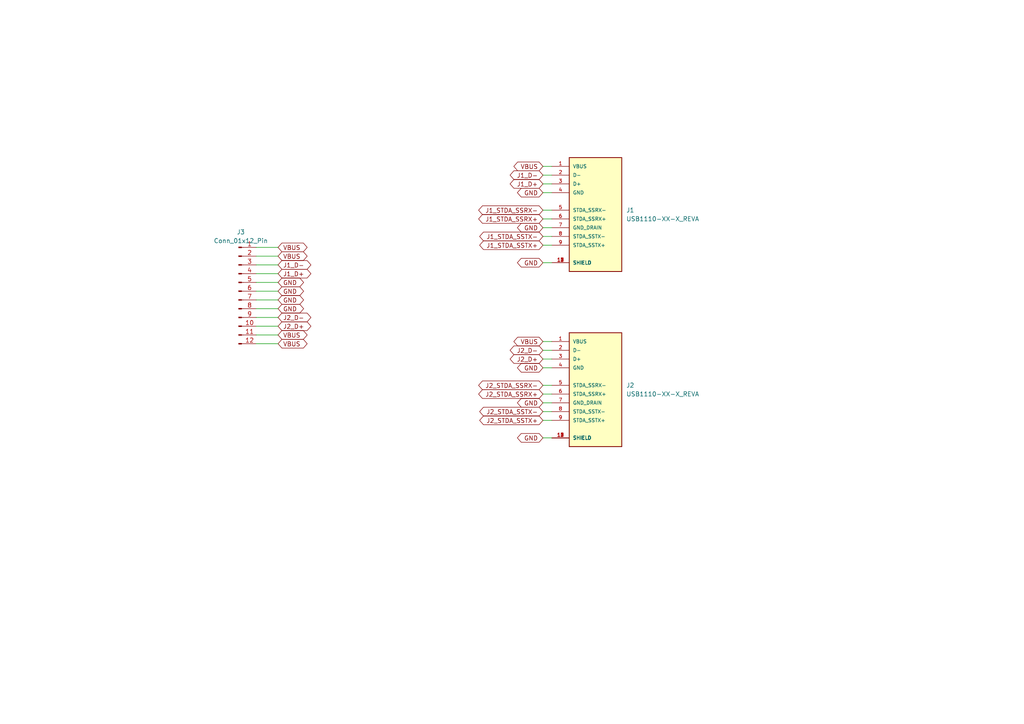
<source format=kicad_sch>
(kicad_sch (version 20230121) (generator eeschema)
  (paper "A4")
  (lib_symbols
    (symbol "Connector:Conn_01x12_Pin" (pin_names (offset 1.016) hide)
      (property "Reference" "J" (at 0 15.24 0))
      (property "Value" "Conn_01x12_Pin" (at 0 -17.78 0))
      (symbol "Conn_01x12_Pin_1_1"
        (polyline (pts (xy 1.27 -15.24) (xy 0.8636 -15.24)) (stroke (width 0.1524)))
        (polyline (pts (xy 1.27 -12.7) (xy 0.8636 -12.7)) (stroke (width 0.1524)))
        (polyline (pts (xy 1.27 -10.16) (xy 0.8636 -10.16)) (stroke (width 0.1524)))
        (polyline (pts (xy 1.27 -7.62) (xy 0.8636 -7.62)) (stroke (width 0.1524)))
        (polyline (pts (xy 1.27 -5.08) (xy 0.8636 -5.08)) (stroke (width 0.1524)))
        (polyline (pts (xy 1.27 -2.54) (xy 0.8636 -2.54)) (stroke (width 0.1524)))
        (polyline (pts (xy 1.27 0) (xy 0.8636 0)) (stroke (width 0.1524)))
        (polyline (pts (xy 1.27 2.54) (xy 0.8636 2.54)) (stroke (width 0.1524)))
        (polyline (pts (xy 1.27 5.08) (xy 0.8636 5.08)) (stroke (width 0.1524)))
        (polyline (pts (xy 1.27 7.62) (xy 0.8636 7.62)) (stroke (width 0.1524)))
        (polyline (pts (xy 1.27 10.16) (xy 0.8636 10.16)) (stroke (width 0.1524)))
        (polyline (pts (xy 1.27 12.7) (xy 0.8636 12.7)) (stroke (width 0.1524)))
        (rectangle (start 0.8636 -15.113) (end 0 -15.367) (stroke (width 0.1524)) (fill (type outline)))
        (rectangle (start 0.8636 -12.573) (end 0 -12.827) (stroke (width 0.1524)) (fill (type outline)))
        (rectangle (start 0.8636 -10.033) (end 0 -10.287) (stroke (width 0.1524)) (fill (type outline)))
        (rectangle (start 0.8636 -7.493) (end 0 -7.747) (stroke (width 0.1524)) (fill (type outline)))
        (rectangle (start 0.8636 -4.953) (end 0 -5.207) (stroke (width 0.1524)) (fill (type outline)))
        (rectangle (start 0.8636 -2.413) (end 0 -2.667) (stroke (width 0.1524)) (fill (type outline)))
        (rectangle (start 0.8636 0.127) (end 0 -0.127) (stroke (width 0.1524)) (fill (type outline)))
        (rectangle (start 0.8636 2.667) (end 0 2.413) (stroke (width 0.1524)) (fill (type outline)))
        (rectangle (start 0.8636 5.207) (end 0 4.953) (stroke (width 0.1524)) (fill (type outline)))
        (rectangle (start 0.8636 7.747) (end 0 7.493) (stroke (width 0.1524)) (fill (type outline)))
        (rectangle (start 0.8636 10.287) (end 0 10.033) (stroke (width 0.1524)) (fill (type outline)))
        (rectangle (start 0.8636 12.827) (end 0 12.573) (stroke (width 0.1524)) (fill (type outline)))
        (pin passive line (at 5.08 12.7 180) (length 3.81) (name "Pin_1") (number "1"))
        (pin passive line (at 5.08 -10.16 180) (length 3.81) (name "Pin_10") (number "10"))
        (pin passive line (at 5.08 -12.7 180) (length 3.81) (name "Pin_11") (number "11"))
        (pin passive line (at 5.08 -15.24 180) (length 3.81) (name "Pin_12") (number "12"))
        (pin passive line (at 5.08 10.16 180) (length 3.81) (name "Pin_2") (number "2"))
        (pin passive line (at 5.08 7.62 180) (length 3.81) (name "Pin_3") (number "3"))
        (pin passive line (at 5.08 5.08 180) (length 3.81) (name "Pin_4") (number "4"))
        (pin passive line (at 5.08 2.54 180) (length 3.81) (name "Pin_5") (number "5"))
        (pin passive line (at 5.08 0 180) (length 3.81) (name "Pin_6") (number "6"))
        (pin passive line (at 5.08 -2.54 180) (length 3.81) (name "Pin_7") (number "7"))
        (pin passive line (at 5.08 -5.08 180) (length 3.81) (name "Pin_8") (number "8"))
        (pin passive line (at 5.08 -7.62 180) (length 3.81) (name "Pin_9") (number "9"))
      )
    )
    (symbol "usb:USB1110-XX-X_REVA" (pin_names (offset 1.016))
      (property "Reference" "J" (at -7.6253 15.2505 0))
      (property "Value" "USB1110-XX-X_REVA" (at -7.6218 -20.3249 0))
      (symbol "USB1110-XX-X_REVA_0_0"
        (rectangle (start -7.62 -17.78) (end 7.62 15.24) (stroke (width 0.254)) (fill (type background)))
        (pin power_in line (at -12.7 12.7 0) (length 5.08) (name "VBUS") (number "1"))
        (pin passive line (at -12.7 -15.24 0) (length 5.08) (name "SHIELD") (number "10"))
        (pin passive line (at -12.7 -15.24 0) (length 5.08) (name "SHIELD") (number "11"))
        (pin passive line (at -12.7 -15.24 0) (length 5.08) (name "SHIELD") (number "12"))
        (pin passive line (at -12.7 -15.24 0) (length 5.08) (name "SHIELD") (number "13"))
        (pin bidirectional line (at -12.7 10.16 0) (length 5.08) (name "D-") (number "2"))
        (pin bidirectional line (at -12.7 7.62 0) (length 5.08) (name "D+") (number "3"))
        (pin passive line (at -12.7 5.08 0) (length 5.08) (name "GND") (number "4"))
        (pin input line (at -12.7 0 0) (length 5.08) (name "STDA_SSRX-") (number "5"))
        (pin input line (at -12.7 -2.54 0) (length 5.08) (name "STDA_SSRX+") (number "6"))
        (pin passive line (at -12.7 -5.08 0) (length 5.08) (name "GND_DRAIN") (number "7"))
        (pin output line (at -12.7 -7.62 0) (length 5.08) (name "STDA_SSTX-") (number "8"))
        (pin output line (at -12.7 -10.16 0) (length 5.08) (name "STDA_SSTX+") (number "9"))
      )
    )
  )
  (wire (pts (xy 157.48 63.5) (xy 160.02 63.5)))
  (wire (pts (xy 157.48 71.12) (xy 160.02 71.12)))
  (wire (pts (xy 157.48 119.38) (xy 160.02 119.38)))
  (wire (pts (xy 74.295 81.915) (xy 80.645 81.915)))
  (wire (pts (xy 157.48 66.04) (xy 160.02 66.04)))
  (wire (pts (xy 157.48 114.3) (xy 160.02 114.3)))
  (wire (pts (xy 157.48 127) (xy 160.02 127)))
  (wire (pts (xy 157.48 116.84) (xy 160.02 116.84)))
  (wire (pts (xy 157.48 68.58) (xy 160.02 68.58)))
  (wire (pts (xy 74.295 76.835) (xy 80.645 76.835)))
  (wire (pts (xy 157.48 53.34) (xy 160.02 53.34)))
  (wire (pts (xy 74.295 89.535) (xy 80.645 89.535)))
  (wire (pts (xy 157.48 104.14) (xy 160.02 104.14)))
  (wire (pts (xy 157.48 50.8) (xy 160.02 50.8)))
  (wire (pts (xy 157.48 121.92) (xy 160.02 121.92)))
  (wire (pts (xy 74.295 97.155) (xy 80.645 97.155)))
  (wire (pts (xy 74.295 99.695) (xy 80.645 99.695)))
  (wire (pts (xy 74.295 84.455) (xy 80.645 84.455)))
  (wire (pts (xy 74.295 74.295) (xy 80.645 74.295)))
  (wire (pts (xy 157.48 48.26) (xy 160.02 48.26)))
  (wire (pts (xy 157.48 99.06) (xy 160.02 99.06)))
  (wire (pts (xy 74.295 92.075) (xy 80.645 92.075)))
  (wire (pts (xy 157.48 106.68) (xy 160.02 106.68)))
  (wire (pts (xy 157.48 60.96) (xy 160.02 60.96)))
  (wire (pts (xy 157.48 55.88) (xy 160.02 55.88)))
  (wire (pts (xy 74.295 71.755) (xy 80.645 71.755)))
  (wire (pts (xy 74.295 86.995) (xy 80.645 86.995)))
  (wire (pts (xy 74.295 94.615) (xy 80.645 94.615)))
  (wire (pts (xy 157.48 111.76) (xy 160.02 111.76)))
  (wire (pts (xy 157.48 101.6) (xy 160.02 101.6)))
  (wire (pts (xy 74.295 79.375) (xy 80.645 79.375)))
  (wire (pts (xy 157.48 76.2) (xy 160.02 76.2)))
  (global_label "GND" (shape tri_state) (at 157.48 76.2 180) (property "Intersheetrefs" "${INTERSHEET_REFS}" (effects hide)) (property "插入圖紙頁參考" "${INTERSHEET_REFS}" (effects hide)))
  (global_label "J2_D+" (shape bidirectional) (at 157.48 104.14 180) (property "Intersheetrefs" "${INTERSHEET_REFS}" (effects hide)) (property "插入圖紙頁參考" "${INTERSHEET_REFS}" (effects hide)))
  (global_label "GND" (shape tri_state) (at 80.645 84.455 0) (property "Intersheetrefs" "${INTERSHEET_REFS}" (effects hide)) (property "插入圖紙頁參考" "${INTERSHEET_REFS}" (effects hide)))
  (global_label "J1_D+" (shape bidirectional) (at 157.48 53.34 180) (property "Intersheetrefs" "${INTERSHEET_REFS}" (effects hide)) (property "插入圖紙頁參考" "${INTERSHEET_REFS}" (effects hide)))
  (global_label "VBUS" (shape bidirectional) (at 80.645 74.295 0) (property "Intersheetrefs" "${INTERSHEET_REFS}" (effects hide)) (property "插入圖紙頁參考" "${INTERSHEET_REFS}" (effects hide)))
  (global_label "VBUS" (shape bidirectional) (at 80.645 97.155 0) (property "Intersheetrefs" "${INTERSHEET_REFS}" (effects hide)) (property "插入圖紙頁參考" "${INTERSHEET_REFS}" (effects hide)))
  (global_label "GND" (shape tri_state) (at 157.48 66.04 180) (property "Intersheetrefs" "${INTERSHEET_REFS}" (effects hide)) (property "插入圖紙頁參考" "${INTERSHEET_REFS}" (effects hide)))
  (global_label "GND" (shape tri_state) (at 157.48 55.88 180) (property "Intersheetrefs" "${INTERSHEET_REFS}" (effects hide)) (property "插入圖紙頁參考" "${INTERSHEET_REFS}" (effects hide)))
  (global_label "J2_D-" (shape bidirectional) (at 157.48 101.6 180) (property "Intersheetrefs" "${INTERSHEET_REFS}" (effects hide)) (property "插入圖紙頁參考" "${INTERSHEET_REFS}" (effects hide)))
  (global_label "GND" (shape tri_state) (at 157.48 116.84 180) (property "Intersheetrefs" "${INTERSHEET_REFS}" (effects hide)) (property "插入圖紙頁參考" "${INTERSHEET_REFS}" (effects hide)))
  (global_label "J1_D-" (shape bidirectional) (at 157.48 50.8 180) (property "Intersheetrefs" "${INTERSHEET_REFS}" (effects hide)) (property "插入圖紙頁參考" "${INTERSHEET_REFS}" (effects hide)))
  (global_label "J2_D+" (shape bidirectional) (at 80.645 94.615 0) (property "Intersheetrefs" "${INTERSHEET_REFS}" (effects hide)) (property "插入圖紙頁參考" "${INTERSHEET_REFS}" (effects hide)))
  (global_label "J1_STDA_SSRX+" (shape bidirectional) (at 157.48 63.5 180) (property "Intersheetrefs" "${INTERSHEET_REFS}" (effects hide)) (property "插入圖紙頁參考" "${INTERSHEET_REFS}" (effects hide)))
  (global_label "VBUS" (shape bidirectional) (at 80.645 71.755 0) (property "Intersheetrefs" "${INTERSHEET_REFS}" (effects hide)) (property "插入圖紙頁參考" "${INTERSHEET_REFS}" (effects hide)))
  (global_label "GND" (shape tri_state) (at 80.645 86.995 0) (property "Intersheetrefs" "${INTERSHEET_REFS}" (effects hide)) (property "插入圖紙頁參考" "${INTERSHEET_REFS}" (effects hide)))
  (global_label "GND" (shape tri_state) (at 80.645 81.915 0) (property "Intersheetrefs" "${INTERSHEET_REFS}" (effects hide)) (property "插入圖紙頁參考" "${INTERSHEET_REFS}" (effects hide)))
  (global_label "J1_STDA_SSTX+" (shape bidirectional) (at 157.48 71.12 180) (property "Intersheetrefs" "${INTERSHEET_REFS}" (effects hide)) (property "插入圖紙頁參考" "${INTERSHEET_REFS}" (effects hide)))
  (global_label "J1_D-" (shape bidirectional) (at 80.645 76.835 0) (property "Intersheetrefs" "${INTERSHEET_REFS}" (effects hide)) (property "插入圖紙頁參考" "${INTERSHEET_REFS}" (effects hide)))
  (global_label "VBUS" (shape bidirectional) (at 80.645 99.695 0) (property "Intersheetrefs" "${INTERSHEET_REFS}" (effects hide)) (property "插入圖紙頁參考" "${INTERSHEET_REFS}" (effects hide)))
  (global_label "J2_STDA_SSRX+" (shape bidirectional) (at 157.48 114.3 180) (property "Intersheetrefs" "${INTERSHEET_REFS}" (effects hide)) (property "插入圖紙頁參考" "${INTERSHEET_REFS}" (effects hide)))
  (global_label "J2_STDA_SSTX-" (shape bidirectional) (at 157.48 119.38 180) (property "Intersheetrefs" "${INTERSHEET_REFS}" (effects hide)) (property "插入圖紙頁參考" "${INTERSHEET_REFS}" (effects hide)))
  (global_label "J1_D+" (shape bidirectional) (at 80.645 79.375 0) (property "Intersheetrefs" "${INTERSHEET_REFS}" (effects hide)) (property "插入圖紙頁參考" "${INTERSHEET_REFS}" (effects hide)))
  (global_label "VBUS" (shape bidirectional) (at 157.48 99.06 180) (property "Intersheetrefs" "${INTERSHEET_REFS}" (effects hide)) (property "插入圖紙頁參考" "${INTERSHEET_REFS}" (effects hide)))
  (global_label "J2_STDA_SSRX-" (shape bidirectional) (at 157.48 111.76 180) (property "Intersheetrefs" "${INTERSHEET_REFS}" (effects hide)) (property "插入圖紙頁參考" "${INTERSHEET_REFS}" (effects hide)))
  (global_label "J1_STDA_SSTX-" (shape bidirectional) (at 157.48 68.58 180) (property "Intersheetrefs" "${INTERSHEET_REFS}" (effects hide)) (property "插入圖紙頁參考" "${INTERSHEET_REFS}" (effects hide)))
  (global_label "VBUS" (shape bidirectional) (at 157.48 48.26 180) (property "Intersheetrefs" "${INTERSHEET_REFS}" (effects hide)) (property "插入圖紙頁參考" "${INTERSHEET_REFS}" (effects hide)))
  (global_label "GND" (shape tri_state) (at 157.48 127 180) (property "Intersheetrefs" "${INTERSHEET_REFS}" (effects hide)) (property "插入圖紙頁參考" "${INTERSHEET_REFS}" (effects hide)))
  (global_label "J2_STDA_SSTX+" (shape bidirectional) (at 157.48 121.92 180) (property "Intersheetrefs" "${INTERSHEET_REFS}" (effects hide)) (property "插入圖紙頁參考" "${INTERSHEET_REFS}" (effects hide)))
  (global_label "GND" (shape tri_state) (at 157.48 106.68 180) (property "Intersheetrefs" "${INTERSHEET_REFS}" (effects hide)) (property "插入圖紙頁參考" "${INTERSHEET_REFS}" (effects hide)))
  (global_label "J2_D-" (shape bidirectional) (at 80.645 92.075 0) (property "Intersheetrefs" "${INTERSHEET_REFS}" (effects hide)) (property "插入圖紙頁參考" "${INTERSHEET_REFS}" (effects hide)))
  (global_label "J1_STDA_SSRX-" (shape bidirectional) (at 157.48 60.96 180) (property "Intersheetrefs" "${INTERSHEET_REFS}" (effects hide)) (property "插入圖紙頁參考" "${INTERSHEET_REFS}" (effects hide)))
  (global_label "GND" (shape tri_state) (at 80.645 89.535 0) (property "Intersheetrefs" "${INTERSHEET_REFS}" (effects hide)) (property "插入圖紙頁參考" "${INTERSHEET_REFS}" (effects hide)))
  (symbol (lib_id "usb:USB1110-XX-X_REVA") (at 172.72 111.76 0) (unit 1)
    (property "Reference" "J2" (at 181.61 111.7599 0) (effects (justify left)))
    (property "Value" "USB1110-XX-X_REVA" (at 181.61 114.2999 0) (effects (justify left)))
    (property "Footprint" "usb3.0:GCT_USB1110_goose45_usbport" (effects hide))
    (property "MANUFACTURER" "GCT" (effects hide))
  )
  (symbol (lib_id "usb:USB1110-XX-X_REVA") (at 172.72 60.96 0) (unit 1)
    (property "Reference" "J1" (at 181.61 60.9599 0) (effects (justify left)))
    (property "Value" "USB1110-XX-X_REVA" (at 181.61 63.4999 0) (effects (justify left)))
    (property "Footprint" "usb3.0:GCT_USB1110_goose45_usbport" (effects hide))
    (property "MANUFACTURER" "GCT" (effects hide))
  )
  (symbol (lib_id "Connector:Conn_01x12_Pin") (at 69.215 84.455 0) (unit 1)
    (property "Reference" "J3" (at 69.85 67.31 0))
    (property "Value" "Conn_01x12_Pin" (at 69.85 69.85 0))
    (property "Footprint" "Connector_FFC-FPC:Hirose_FH12-12S-0.5SH_1x12-1MP_P0.50mm_Horizontal" (effects hide))
  )
)
</source>
